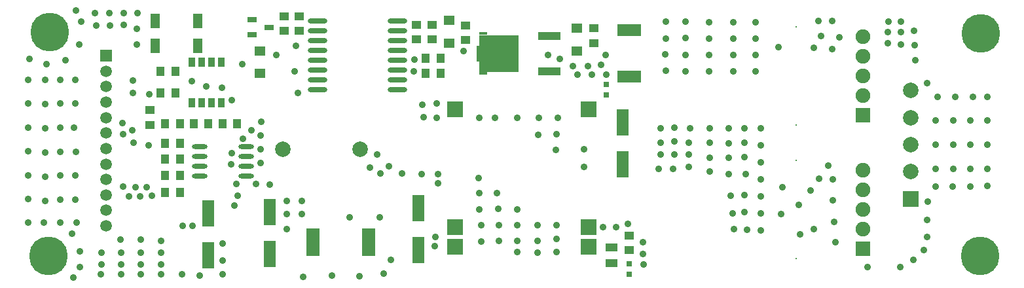
<source format=gts>
%FSLAX25Y25*%
%MOIN*%
G70*
G01*
G75*
G04 Layer_Color=8388736*
%ADD10R,0.07087X0.14173*%
%ADD11R,0.03937X0.04724*%
%ADD12R,0.06299X0.13780*%
%ADD13O,0.07874X0.02400*%
%ADD14O,0.07874X0.02402*%
%ADD15R,0.03465X0.05000*%
%ADD16R,0.05512X0.04724*%
%ADD17R,0.04724X0.03937*%
%ADD18R,0.05118X0.07480*%
%ADD19R,0.04724X0.03150*%
%ADD20R,0.08268X0.07874*%
%ADD21R,0.03150X0.03150*%
%ADD22R,0.06299X0.03937*%
%ADD23R,0.20079X0.18898*%
%ADD24R,0.11811X0.03937*%
%ADD25R,0.01575X0.07874*%
%ADD26R,0.03937X0.01575*%
%ADD27O,0.10000X0.02400*%
%ADD28O,0.10000X0.02402*%
%ADD29R,0.12205X0.06102*%
%ADD30C,0.02000*%
%ADD31C,0.02500*%
%ADD32C,0.03000*%
%ADD33C,0.02362*%
%ADD34C,0.05000*%
%ADD35C,0.03500*%
%ADD36C,0.02200*%
%ADD37C,0.01000*%
%ADD38C,0.04000*%
%ADD39C,0.07000*%
%ADD40C,0.02400*%
%ADD41C,0.06000*%
%ADD42C,0.04500*%
%ADD43C,0.05906*%
%ADD44R,0.05906X0.05906*%
%ADD45C,0.19685*%
%ADD46C,0.07874*%
%ADD47R,0.07874X0.07874*%
%ADD48C,0.00787*%
%ADD49C,0.07480*%
%ADD50R,0.07480X0.07480*%
%ADD51C,0.03543*%
%ADD52R,0.09055X0.05512*%
%ADD53R,0.07874X0.03937*%
%ADD54R,0.11811X0.15748*%
%ADD55R,0.03937X0.02362*%
%ADD56C,0.00787*%
%ADD57C,0.01969*%
%ADD58C,0.01575*%
%ADD59C,0.01181*%
%ADD60C,0.00394*%
D10*
X177559Y22047D02*
D03*
X149213D02*
D03*
D11*
X81299Y82284D02*
D03*
X73819D02*
D03*
X88386Y82284D02*
D03*
X95866D02*
D03*
X102953D02*
D03*
X110433D02*
D03*
X73819Y64173D02*
D03*
X81299D02*
D03*
X78937Y98032D02*
D03*
X71457D02*
D03*
Y109055D02*
D03*
X78937D02*
D03*
X81299Y47244D02*
D03*
X73819D02*
D03*
X81299Y55905D02*
D03*
X73819D02*
D03*
Y72441D02*
D03*
X81299D02*
D03*
X206496Y115748D02*
D03*
X213976D02*
D03*
Y107874D02*
D03*
X206496D02*
D03*
D12*
X127165Y37402D02*
D03*
Y16142D02*
D03*
X306693Y83071D02*
D03*
Y61811D02*
D03*
X202756Y18110D02*
D03*
Y39370D02*
D03*
X95669Y36614D02*
D03*
Y15354D02*
D03*
D13*
X114961Y55512D02*
D03*
Y65512D02*
D03*
Y70512D02*
D03*
X91339D02*
D03*
Y65512D02*
D03*
Y60512D02*
D03*
D14*
X114961D02*
D03*
X91339Y55512D02*
D03*
D15*
X87362Y93032D02*
D03*
X92362D02*
D03*
X97362D02*
D03*
X102362D02*
D03*
X87362Y113779D02*
D03*
X92362D02*
D03*
X97362D02*
D03*
X102362D02*
D03*
D16*
X122047Y108071D02*
D03*
Y119488D02*
D03*
X218504Y123425D02*
D03*
Y134843D02*
D03*
X283465Y119488D02*
D03*
Y130905D02*
D03*
D17*
X134252Y137008D02*
D03*
Y129528D02*
D03*
X66142Y81693D02*
D03*
Y89173D02*
D03*
X142126Y137008D02*
D03*
Y129528D02*
D03*
X226772Y132480D02*
D03*
Y125000D02*
D03*
X292126Y130905D02*
D03*
Y123425D02*
D03*
X209842Y125197D02*
D03*
Y132677D02*
D03*
X201772D02*
D03*
Y125197D02*
D03*
X310039Y17913D02*
D03*
Y25394D02*
D03*
D18*
X90551Y122047D02*
D03*
X68898D02*
D03*
X90551Y134646D02*
D03*
X68898D02*
D03*
D19*
X118111Y127756D02*
D03*
Y135236D02*
D03*
X126772Y131496D02*
D03*
D20*
X289252Y19567D02*
D03*
X221457D02*
D03*
Y29567D02*
D03*
Y89567D02*
D03*
X289252D02*
D03*
Y29567D02*
D03*
D21*
X310236Y11024D02*
D03*
Y5512D02*
D03*
X298425Y102362D02*
D03*
Y96850D02*
D03*
D22*
X301181Y19291D02*
D03*
Y11417D02*
D03*
D23*
X243898Y118110D02*
D03*
D24*
X269291Y109114D02*
D03*
Y127106D02*
D03*
D25*
X233071Y118110D02*
D03*
D26*
X235827Y107874D02*
D03*
Y128347D02*
D03*
D27*
X192126Y104646D02*
D03*
X151575D02*
D03*
Y129646D02*
D03*
Y124646D02*
D03*
Y119646D02*
D03*
Y114646D02*
D03*
Y109646D02*
D03*
Y99646D02*
D03*
X192126D02*
D03*
Y109646D02*
D03*
Y114646D02*
D03*
Y119646D02*
D03*
Y124646D02*
D03*
X151575Y134646D02*
D03*
D28*
X192126Y129646D02*
D03*
Y134646D02*
D03*
D29*
X310236Y106299D02*
D03*
Y129921D02*
D03*
D43*
X43701Y30315D02*
D03*
Y46063D02*
D03*
Y53937D02*
D03*
Y61811D02*
D03*
Y69685D02*
D03*
Y77559D02*
D03*
Y85433D02*
D03*
Y93307D02*
D03*
Y101181D02*
D03*
Y109055D02*
D03*
Y38189D02*
D03*
D44*
Y116929D02*
D03*
D45*
X14961Y129134D02*
D03*
X488583Y14961D02*
D03*
X488976Y128346D02*
D03*
X14567Y14961D02*
D03*
D46*
X173228Y69291D02*
D03*
X133858D02*
D03*
X453543Y99213D02*
D03*
Y57874D02*
D03*
Y71653D02*
D03*
Y85433D02*
D03*
D47*
Y44094D02*
D03*
D48*
X395118Y131614D02*
D03*
Y81614D02*
D03*
Y63701D02*
D03*
Y13701D02*
D03*
D49*
X429134Y126614D02*
D03*
Y116614D02*
D03*
Y106614D02*
D03*
Y96614D02*
D03*
Y58701D02*
D03*
Y48701D02*
D03*
Y38701D02*
D03*
Y28701D02*
D03*
D50*
Y86614D02*
D03*
Y18701D02*
D03*
D51*
X200787Y114960D02*
D03*
X102756Y100787D02*
D03*
X211417Y24803D02*
D03*
X211024Y20079D02*
D03*
X109055Y40551D02*
D03*
X492520Y50787D02*
D03*
X309449Y31496D02*
D03*
X298031Y117323D02*
D03*
X325984Y66535D02*
D03*
Y72835D02*
D03*
Y79921D02*
D03*
X363386Y28740D02*
D03*
X362598Y36614D02*
D03*
X361811Y45669D02*
D03*
X377165Y79921D02*
D03*
Y71260D02*
D03*
X59449Y122835D02*
D03*
Y130709D02*
D03*
X107480Y61811D02*
D03*
X107874Y67323D02*
D03*
X82677Y30315D02*
D03*
X122441Y76378D02*
D03*
Y69291D02*
D03*
Y62205D02*
D03*
X113386Y74803D02*
D03*
X117717Y79134D02*
D03*
X122835Y83464D02*
D03*
X143307Y42913D02*
D03*
X135827D02*
D03*
X143307Y36220D02*
D03*
X127165Y51181D02*
D03*
X120079Y51575D02*
D03*
X110236D02*
D03*
X66929Y45669D02*
D03*
X64567Y50000D02*
D03*
X431496Y9449D02*
D03*
X460236Y18110D02*
D03*
X58661Y50000D02*
D03*
X55512Y45276D02*
D03*
X52362Y50394D02*
D03*
X61024Y45276D02*
D03*
X28346Y140157D02*
D03*
X45407Y138583D02*
D03*
X13386Y112598D02*
D03*
X23228Y114567D02*
D03*
X38189Y138583D02*
D03*
X52625D02*
D03*
X94882Y101181D02*
D03*
X144095Y4331D02*
D03*
X141339Y98032D02*
D03*
X181890Y66535D02*
D03*
X263386Y16535D02*
D03*
X273228Y16929D02*
D03*
X233465Y54724D02*
D03*
X273228Y30709D02*
D03*
X61417Y16535D02*
D03*
X103150Y5512D02*
D03*
X82415D02*
D03*
X91339Y5118D02*
D03*
X103150Y12795D02*
D03*
X3937Y31890D02*
D03*
X71653Y5512D02*
D03*
X61417Y23228D02*
D03*
X30315Y9449D02*
D03*
X61417Y5512D02*
D03*
X51312Y10630D02*
D03*
X27953Y43701D02*
D03*
Y55905D02*
D03*
X28346Y68110D02*
D03*
X27953Y92520D02*
D03*
X27559Y80315D02*
D03*
X12730Y43045D02*
D03*
X12205Y31890D02*
D03*
X27953Y104724D02*
D03*
X12730Y80053D02*
D03*
Y92388D02*
D03*
X4724Y115354D02*
D03*
X12730Y55381D02*
D03*
Y67716D02*
D03*
X61417Y10630D02*
D03*
X51312Y5512D02*
D03*
X41339Y10630D02*
D03*
X40945Y5512D02*
D03*
X3937Y104724D02*
D03*
X386221Y121260D02*
D03*
X407874Y127165D02*
D03*
X397244Y25984D02*
D03*
X411417Y61091D02*
D03*
X406693Y54331D02*
D03*
X325197Y59449D02*
D03*
X474934Y83858D02*
D03*
Y59449D02*
D03*
X475984Y96063D02*
D03*
X474934Y71653D02*
D03*
X483727Y59449D02*
D03*
X492520D02*
D03*
Y71653D02*
D03*
Y83858D02*
D03*
X368898Y79921D02*
D03*
X360630D02*
D03*
X351181D02*
D03*
X340945D02*
D03*
X333071Y80315D02*
D03*
X374410Y109055D02*
D03*
X362992D02*
D03*
X338583D02*
D03*
X350787D02*
D03*
X183071Y34646D02*
D03*
X296850Y29567D02*
D03*
X303543D02*
D03*
X103150Y21260D02*
D03*
X158661Y5118D02*
D03*
X112992Y112598D02*
D03*
X87795Y30315D02*
D03*
X135827Y36220D02*
D03*
X139764Y109055D02*
D03*
X65748Y97244D02*
D03*
X140551Y122047D02*
D03*
X130315Y117323D02*
D03*
X225590Y119291D02*
D03*
X110630Y45669D02*
D03*
X167717Y34646D02*
D03*
X65354Y71260D02*
D03*
X87402Y103937D02*
D03*
X200393Y109055D02*
D03*
X251575Y122835D02*
D03*
X251969Y117323D02*
D03*
Y111811D02*
D03*
X240158D02*
D03*
Y117323D02*
D03*
X246457D02*
D03*
X240551Y122835D02*
D03*
X246457Y111417D02*
D03*
X338583Y125853D02*
D03*
X350787Y125591D02*
D03*
X362992D02*
D03*
Y117323D02*
D03*
X350787D02*
D03*
X338583Y117454D02*
D03*
Y134252D02*
D03*
X350787Y133858D02*
D03*
X362992D02*
D03*
X374410D02*
D03*
Y125591D02*
D03*
Y117323D02*
D03*
X333071Y73228D02*
D03*
X340551Y72835D02*
D03*
X351181D02*
D03*
X333071Y66535D02*
D03*
X340551D02*
D03*
X351181Y64961D02*
D03*
X332283Y59449D02*
D03*
X340551Y60236D02*
D03*
X351181Y57874D02*
D03*
X360630Y72441D02*
D03*
Y64961D02*
D03*
Y56693D02*
D03*
X368898Y72835D02*
D03*
Y65354D02*
D03*
X369291Y56693D02*
D03*
X368898Y46063D02*
D03*
Y37402D02*
D03*
X370079Y28346D02*
D03*
X377165Y62598D02*
D03*
Y53937D02*
D03*
Y45276D02*
D03*
Y27953D02*
D03*
X492520Y96063D02*
D03*
X483727Y83858D02*
D03*
Y71653D02*
D03*
X483858Y50394D02*
D03*
X485039Y96063D02*
D03*
X466142Y71653D02*
D03*
X448032Y9449D02*
D03*
X474803Y50394D02*
D03*
X466929Y96063D02*
D03*
X466142Y83858D02*
D03*
Y59449D02*
D03*
Y50394D02*
D03*
X273622Y85433D02*
D03*
X273228Y77165D02*
D03*
X272835Y68898D02*
D03*
X264173Y85433D02*
D03*
X263779Y76772D02*
D03*
X253150Y85433D02*
D03*
X241732D02*
D03*
X205512Y85827D02*
D03*
X204724Y92126D02*
D03*
X413779Y53937D02*
D03*
Y43307D02*
D03*
X414567Y32283D02*
D03*
X414961Y22047D02*
D03*
X413386Y134646D02*
D03*
Y120472D02*
D03*
X403937Y120866D02*
D03*
X455118Y129528D02*
D03*
X448425Y129134D02*
D03*
X441732D02*
D03*
X455512Y122441D02*
D03*
X448425Y134252D02*
D03*
X442126D02*
D03*
X455905Y114567D02*
D03*
X461811Y103150D02*
D03*
X316929Y22047D02*
D03*
X12730Y104724D02*
D03*
X3937Y92585D02*
D03*
Y44029D02*
D03*
X51181Y23228D02*
D03*
X57480Y98032D02*
D03*
X57874Y72835D02*
D03*
X20341Y104724D02*
D03*
Y92520D02*
D03*
Y80315D02*
D03*
Y68110D02*
D03*
Y55905D02*
D03*
Y43701D02*
D03*
X20472Y31890D02*
D03*
X31102Y134252D02*
D03*
X45669Y132283D02*
D03*
X52756Y132677D02*
D03*
X27165Y3937D02*
D03*
X26378Y26378D02*
D03*
X71653Y10630D02*
D03*
Y22835D02*
D03*
X273228Y23622D02*
D03*
X263386Y22835D02*
D03*
X253150D02*
D03*
X243701D02*
D03*
Y30709D02*
D03*
X253150D02*
D03*
X243307Y38976D02*
D03*
X253150Y38583D02*
D03*
X377165Y36614D02*
D03*
X396457Y40945D02*
D03*
X402362Y48425D02*
D03*
X403937Y28740D02*
D03*
X388189Y50000D02*
D03*
X387402Y36220D02*
D03*
X281496Y111811D02*
D03*
X295669Y112205D02*
D03*
X288976Y111811D02*
D03*
X298425Y107480D02*
D03*
X268898Y117323D02*
D03*
X274803Y115354D02*
D03*
X283858Y107480D02*
D03*
X290945D02*
D03*
X328740Y134252D02*
D03*
Y125591D02*
D03*
Y109449D02*
D03*
X406299Y134646D02*
D03*
X416929Y126378D02*
D03*
X287008Y69291D02*
D03*
Y60236D02*
D03*
X263386Y30709D02*
D03*
X234646Y22441D02*
D03*
X253150Y16929D02*
D03*
X234646Y30709D02*
D03*
X233858Y38583D02*
D03*
X242913Y46850D02*
D03*
X185039Y5906D02*
D03*
X172835Y4724D02*
D03*
X188583Y12992D02*
D03*
X28740Y31890D02*
D03*
X71653Y16535D02*
D03*
X30315Y17323D02*
D03*
X51312Y16535D02*
D03*
X41339D02*
D03*
X52362Y77165D02*
D03*
X51968Y82677D02*
D03*
X29921Y122835D02*
D03*
X38583Y132283D02*
D03*
X59842Y138583D02*
D03*
X107874Y94488D02*
D03*
X316929Y16142D02*
D03*
X317323Y10630D02*
D03*
X212598Y56693D02*
D03*
Y51968D02*
D03*
X3937Y80446D02*
D03*
Y68307D02*
D03*
Y56168D02*
D03*
X57087Y79134D02*
D03*
X57480Y104331D02*
D03*
X135827Y28740D02*
D03*
X233858Y46850D02*
D03*
X204331Y56693D02*
D03*
X187795Y60630D02*
D03*
X177953Y59842D02*
D03*
X183465Y57087D02*
D03*
X194488D02*
D03*
X454724Y12992D02*
D03*
X462205Y42520D02*
D03*
X461811Y24803D02*
D03*
Y33465D02*
D03*
X448425Y122835D02*
D03*
X441732Y123228D02*
D03*
X328346Y117717D02*
D03*
X212205Y92520D02*
D03*
Y85433D02*
D03*
X233858D02*
D03*
M02*

</source>
